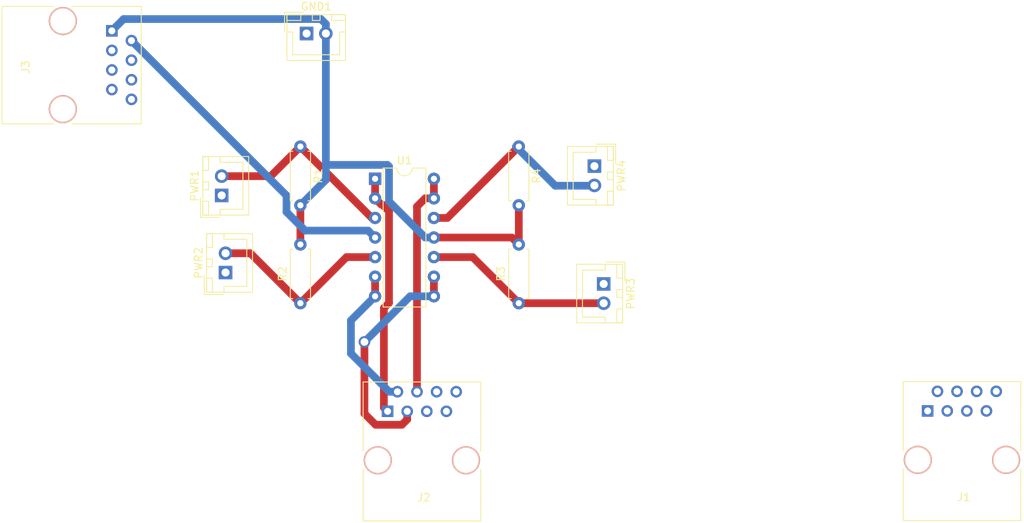
<source format=kicad_pcb>
(kicad_pcb (version 4) (host pcbnew 4.0.7)

  (general
    (links 23)
    (no_connects 12)
    (area 100.274999 54.225 183.875 122.995001)
    (thickness 1.6)
    (drawings 0)
    (tracks 67)
    (zones 0)
    (modules 13)
    (nets 11)
  )

  (page A4)
  (layers
    (0 F.Cu signal)
    (31 B.Cu signal)
    (32 B.Adhes user)
    (33 F.Adhes user)
    (34 B.Paste user)
    (35 F.Paste user)
    (36 B.SilkS user)
    (37 F.SilkS user)
    (38 B.Mask user)
    (39 F.Mask user)
    (40 Dwgs.User user)
    (41 Cmts.User user)
    (42 Eco1.User user)
    (43 Eco2.User user)
    (44 Edge.Cuts user)
    (45 Margin user)
    (46 B.CrtYd user)
    (47 F.CrtYd user)
    (48 B.Fab user)
    (49 F.Fab user)
  )

  (setup
    (last_trace_width 1)
    (trace_clearance 0.5)
    (zone_clearance 0.508)
    (zone_45_only no)
    (trace_min 0.2)
    (segment_width 0.2)
    (edge_width 0.15)
    (via_size 1.5)
    (via_drill 1)
    (via_min_size 0.4)
    (via_min_drill 0.3)
    (uvia_size 1)
    (uvia_drill 0.5)
    (uvias_allowed no)
    (uvia_min_size 0.2)
    (uvia_min_drill 0.1)
    (pcb_text_width 0.3)
    (pcb_text_size 1.5 1.5)
    (mod_edge_width 0.15)
    (mod_text_size 1 1)
    (mod_text_width 0.15)
    (pad_size 1.524 1.524)
    (pad_drill 0.762)
    (pad_to_mask_clearance 0.2)
    (aux_axis_origin 0 0)
    (visible_elements 7FFFEFFF)
    (pcbplotparams
      (layerselection 0x00030_80000001)
      (usegerberextensions false)
      (excludeedgelayer true)
      (linewidth 0.100000)
      (plotframeref false)
      (viasonmask false)
      (mode 1)
      (useauxorigin false)
      (hpglpennumber 1)
      (hpglpenspeed 20)
      (hpglpendiameter 15)
      (hpglpenoverlay 2)
      (psnegative false)
      (psa4output false)
      (plotreference true)
      (plotvalue true)
      (plotinvisibletext false)
      (padsonsilk false)
      (subtractmaskfromsilk false)
      (outputformat 1)
      (mirror false)
      (drillshape 1)
      (scaleselection 1)
      (outputdirectory ""))
  )

  (net 0 "")
  (net 1 CUR_1)
  (net 2 CUR_2)
  (net 3 ARD_5V)
  (net 4 ARD_GND)
  (net 5 /VoltMeter2/PWR)
  (net 6 /VoltMeter1/PWR)
  (net 7 CUR_3)
  (net 8 CUR_4)
  (net 9 /VoltMeter4/PWR)
  (net 10 /VoltMeter3/PWR)

  (net_class Default "This is the default net class."
    (clearance 0.5)
    (trace_width 1)
    (via_dia 1.5)
    (via_drill 1)
    (uvia_dia 1)
    (uvia_drill 0.5)
    (add_net /VoltMeter1/PWR)
    (add_net /VoltMeter2/PWR)
    (add_net /VoltMeter3/PWR)
    (add_net /VoltMeter4/PWR)
    (add_net ARD_5V)
    (add_net ARD_GND)
    (add_net CUR_1)
    (add_net CUR_2)
    (add_net CUR_3)
    (add_net CUR_4)
  )

  (net_class Power ""
    (clearance 0.5)
    (trace_width 5)
    (via_dia 1.5)
    (via_drill 1)
    (uvia_dia 1)
    (uvia_drill 0.5)
  )

  (module Connectors_JST:JST_XH_B02B-XH-A_02x2.50mm_Straight (layer F.Cu) (tedit 58EAE7F0) (tstamp 59C4FBFA)
    (at 140.5 59)
    (descr "JST XH series connector, B02B-XH-A, top entry type, through hole")
    (tags "connector jst xh tht top vertical 2.50mm")
    (path /59C517DB)
    (fp_text reference GND1 (at 1.25 -3.5) (layer F.SilkS)
      (effects (font (size 1 1) (thickness 0.15)))
    )
    (fp_text value Conn_01x02 (at 1.25 4.5) (layer F.Fab)
      (effects (font (size 1 1) (thickness 0.15)))
    )
    (fp_line (start -2.45 -2.35) (end -2.45 3.4) (layer F.Fab) (width 0.1))
    (fp_line (start -2.45 3.4) (end 4.95 3.4) (layer F.Fab) (width 0.1))
    (fp_line (start 4.95 3.4) (end 4.95 -2.35) (layer F.Fab) (width 0.1))
    (fp_line (start 4.95 -2.35) (end -2.45 -2.35) (layer F.Fab) (width 0.1))
    (fp_line (start -2.95 -2.85) (end -2.95 3.9) (layer F.CrtYd) (width 0.05))
    (fp_line (start -2.95 3.9) (end 5.45 3.9) (layer F.CrtYd) (width 0.05))
    (fp_line (start 5.45 3.9) (end 5.45 -2.85) (layer F.CrtYd) (width 0.05))
    (fp_line (start 5.45 -2.85) (end -2.95 -2.85) (layer F.CrtYd) (width 0.05))
    (fp_line (start -2.55 -2.45) (end -2.55 3.5) (layer F.SilkS) (width 0.12))
    (fp_line (start -2.55 3.5) (end 5.05 3.5) (layer F.SilkS) (width 0.12))
    (fp_line (start 5.05 3.5) (end 5.05 -2.45) (layer F.SilkS) (width 0.12))
    (fp_line (start 5.05 -2.45) (end -2.55 -2.45) (layer F.SilkS) (width 0.12))
    (fp_line (start 0.75 -2.45) (end 0.75 -1.7) (layer F.SilkS) (width 0.12))
    (fp_line (start 0.75 -1.7) (end 1.75 -1.7) (layer F.SilkS) (width 0.12))
    (fp_line (start 1.75 -1.7) (end 1.75 -2.45) (layer F.SilkS) (width 0.12))
    (fp_line (start 1.75 -2.45) (end 0.75 -2.45) (layer F.SilkS) (width 0.12))
    (fp_line (start -2.55 -2.45) (end -2.55 -1.7) (layer F.SilkS) (width 0.12))
    (fp_line (start -2.55 -1.7) (end -0.75 -1.7) (layer F.SilkS) (width 0.12))
    (fp_line (start -0.75 -1.7) (end -0.75 -2.45) (layer F.SilkS) (width 0.12))
    (fp_line (start -0.75 -2.45) (end -2.55 -2.45) (layer F.SilkS) (width 0.12))
    (fp_line (start 3.25 -2.45) (end 3.25 -1.7) (layer F.SilkS) (width 0.12))
    (fp_line (start 3.25 -1.7) (end 5.05 -1.7) (layer F.SilkS) (width 0.12))
    (fp_line (start 5.05 -1.7) (end 5.05 -2.45) (layer F.SilkS) (width 0.12))
    (fp_line (start 5.05 -2.45) (end 3.25 -2.45) (layer F.SilkS) (width 0.12))
    (fp_line (start -2.55 -0.2) (end -1.8 -0.2) (layer F.SilkS) (width 0.12))
    (fp_line (start -1.8 -0.2) (end -1.8 2.75) (layer F.SilkS) (width 0.12))
    (fp_line (start -1.8 2.75) (end 1.25 2.75) (layer F.SilkS) (width 0.12))
    (fp_line (start 5.05 -0.2) (end 4.3 -0.2) (layer F.SilkS) (width 0.12))
    (fp_line (start 4.3 -0.2) (end 4.3 2.75) (layer F.SilkS) (width 0.12))
    (fp_line (start 4.3 2.75) (end 1.25 2.75) (layer F.SilkS) (width 0.12))
    (fp_line (start -0.35 -2.75) (end -2.85 -2.75) (layer F.SilkS) (width 0.12))
    (fp_line (start -2.85 -2.75) (end -2.85 -0.25) (layer F.SilkS) (width 0.12))
    (fp_line (start -0.35 -2.75) (end -2.85 -2.75) (layer F.Fab) (width 0.1))
    (fp_line (start -2.85 -2.75) (end -2.85 -0.25) (layer F.Fab) (width 0.1))
    (fp_text user %R (at 1.25 2.5) (layer F.Fab)
      (effects (font (size 1 1) (thickness 0.15)))
    )
    (pad 1 thru_hole rect (at 0 0) (size 1.75 1.75) (drill 1.05) (layers *.Cu *.Mask))
    (pad 2 thru_hole circle (at 2.5 0) (size 1.75 1.75) (drill 1.05) (layers *.Cu *.Mask)
      (net 4 ARD_GND))
    (model Connectors_JST.3dshapes/JST_XH_B02B-XH-A_02x2.50mm_Straight.wrl
      (at (xyz 0 0 0))
      (scale (xyz 1 1 1))
      (rotate (xyz 0 0 0))
    )
  )

  (module PartsLibraries:RJ45 (layer F.Cu) (tedit 59511D7C) (tstamp 59C4FC12)
    (at 220.98 107.95)
    (tags RJ45)
    (path /59C3DA36)
    (fp_text reference J1 (at 4.7 11.18) (layer F.SilkS)
      (effects (font (size 1 1) (thickness 0.15)))
    )
    (fp_text value RJ45 (at 4.59 6.25) (layer F.Fab)
      (effects (font (size 1 1) (thickness 0.15)))
    )
    (fp_line (start -3.17 14.22) (end 12.07 14.22) (layer F.SilkS) (width 0.12))
    (fp_line (start 12.07 -3.81) (end 12.06 5.18) (layer F.SilkS) (width 0.12))
    (fp_line (start 12.07 -3.81) (end -3.17 -3.81) (layer F.SilkS) (width 0.12))
    (fp_line (start -3.17 -3.81) (end -3.17 5.19) (layer F.SilkS) (width 0.12))
    (fp_line (start 12.06 7.52) (end 12.07 14.22) (layer F.SilkS) (width 0.12))
    (fp_line (start -3.17 7.51) (end -3.17 14.22) (layer F.SilkS) (width 0.12))
    (fp_line (start -3.56 -4.06) (end 12.46 -4.06) (layer F.CrtYd) (width 0.05))
    (fp_line (start -3.56 -4.06) (end -3.56 14.47) (layer F.CrtYd) (width 0.05))
    (fp_line (start 12.46 14.47) (end 12.46 -4.06) (layer F.CrtYd) (width 0.05))
    (fp_line (start 12.46 14.47) (end -3.56 14.47) (layer F.CrtYd) (width 0.05))
    (pad "" np_thru_hole circle (at 10.16 6.35) (size 3.65 3.65) (drill 3.25) (layers *.Cu *.SilkS *.Mask))
    (pad "" np_thru_hole circle (at -1.27 6.35) (size 3.65 3.65) (drill 3.25) (layers *.Cu *.SilkS *.Mask))
    (pad 1 thru_hole rect (at 0 0) (size 1.5 1.5) (drill 0.9) (layers *.Cu *.Mask))
    (pad 2 thru_hole circle (at 1.27 -2.54) (size 1.5 1.5) (drill 0.9) (layers *.Cu *.Mask))
    (pad 3 thru_hole circle (at 2.54 0) (size 1.5 1.5) (drill 0.9) (layers *.Cu *.Mask))
    (pad 4 thru_hole circle (at 3.81 -2.54) (size 1.5 1.5) (drill 0.9) (layers *.Cu *.Mask))
    (pad 5 thru_hole circle (at 5.08 0) (size 1.5 1.5) (drill 0.9) (layers *.Cu *.Mask))
    (pad 6 thru_hole circle (at 6.35 -2.54) (size 1.5 1.5) (drill 0.9) (layers *.Cu *.Mask))
    (pad 7 thru_hole circle (at 7.62 0) (size 1.5 1.5) (drill 0.9) (layers *.Cu *.Mask))
    (pad 8 thru_hole circle (at 8.89 -2.54) (size 1.5 1.5) (drill 0.9) (layers *.Cu *.Mask))
    (model ../../../../../../Development/multilevelinverter/Hardware/3D/RJ45.wrl
      (at (xyz 0.175 -0.667 0.3))
      (scale (xyz 10 10 10))
      (rotate (xyz 270 0 0))
    )
  )

  (module PartsLibraries:RJ45 (layer F.Cu) (tedit 59511D7C) (tstamp 59C4FC2A)
    (at 151 108)
    (tags RJ45)
    (path /59C3C803)
    (fp_text reference J2 (at 4.7 11.18) (layer F.SilkS)
      (effects (font (size 1 1) (thickness 0.15)))
    )
    (fp_text value RJ45 (at 4.59 6.25) (layer F.Fab)
      (effects (font (size 1 1) (thickness 0.15)))
    )
    (fp_line (start -3.17 14.22) (end 12.07 14.22) (layer F.SilkS) (width 0.12))
    (fp_line (start 12.07 -3.81) (end 12.06 5.18) (layer F.SilkS) (width 0.12))
    (fp_line (start 12.07 -3.81) (end -3.17 -3.81) (layer F.SilkS) (width 0.12))
    (fp_line (start -3.17 -3.81) (end -3.17 5.19) (layer F.SilkS) (width 0.12))
    (fp_line (start 12.06 7.52) (end 12.07 14.22) (layer F.SilkS) (width 0.12))
    (fp_line (start -3.17 7.51) (end -3.17 14.22) (layer F.SilkS) (width 0.12))
    (fp_line (start -3.56 -4.06) (end 12.46 -4.06) (layer F.CrtYd) (width 0.05))
    (fp_line (start -3.56 -4.06) (end -3.56 14.47) (layer F.CrtYd) (width 0.05))
    (fp_line (start 12.46 14.47) (end 12.46 -4.06) (layer F.CrtYd) (width 0.05))
    (fp_line (start 12.46 14.47) (end -3.56 14.47) (layer F.CrtYd) (width 0.05))
    (pad "" np_thru_hole circle (at 10.16 6.35) (size 3.65 3.65) (drill 3.25) (layers *.Cu *.SilkS *.Mask))
    (pad "" np_thru_hole circle (at -1.27 6.35) (size 3.65 3.65) (drill 3.25) (layers *.Cu *.SilkS *.Mask))
    (pad 1 thru_hole rect (at 0 0) (size 1.5 1.5) (drill 0.9) (layers *.Cu *.Mask)
      (net 1 CUR_1))
    (pad 2 thru_hole circle (at 1.27 -2.54) (size 1.5 1.5) (drill 0.9) (layers *.Cu *.Mask)
      (net 2 CUR_2))
    (pad 3 thru_hole circle (at 2.54 0) (size 1.5 1.5) (drill 0.9) (layers *.Cu *.Mask)
      (net 7 CUR_3))
    (pad 4 thru_hole circle (at 3.81 -2.54) (size 1.5 1.5) (drill 0.9) (layers *.Cu *.Mask)
      (net 8 CUR_4))
    (pad 5 thru_hole circle (at 5.08 0) (size 1.5 1.5) (drill 0.9) (layers *.Cu *.Mask))
    (pad 6 thru_hole circle (at 6.35 -2.54) (size 1.5 1.5) (drill 0.9) (layers *.Cu *.Mask))
    (pad 7 thru_hole circle (at 7.62 0) (size 1.5 1.5) (drill 0.9) (layers *.Cu *.Mask))
    (pad 8 thru_hole circle (at 8.89 -2.54) (size 1.5 1.5) (drill 0.9) (layers *.Cu *.Mask))
    (model ../../../../../../Development/multilevelinverter/Hardware/3D/RJ45.wrl
      (at (xyz 0.175 -0.667 0.3))
      (scale (xyz 10 10 10))
      (rotate (xyz 270 0 0))
    )
  )

  (module PartsLibraries:RJ45 (layer F.Cu) (tedit 59511D7C) (tstamp 59C4FC42)
    (at 115.27 58.65 270)
    (tags RJ45)
    (path /59A7FB58)
    (fp_text reference J3 (at 4.7 11.18 270) (layer F.SilkS)
      (effects (font (size 1 1) (thickness 0.15)))
    )
    (fp_text value RJ45 (at 4.59 6.25 270) (layer F.Fab)
      (effects (font (size 1 1) (thickness 0.15)))
    )
    (fp_line (start -3.17 14.22) (end 12.07 14.22) (layer F.SilkS) (width 0.12))
    (fp_line (start 12.07 -3.81) (end 12.06 5.18) (layer F.SilkS) (width 0.12))
    (fp_line (start 12.07 -3.81) (end -3.17 -3.81) (layer F.SilkS) (width 0.12))
    (fp_line (start -3.17 -3.81) (end -3.17 5.19) (layer F.SilkS) (width 0.12))
    (fp_line (start 12.06 7.52) (end 12.07 14.22) (layer F.SilkS) (width 0.12))
    (fp_line (start -3.17 7.51) (end -3.17 14.22) (layer F.SilkS) (width 0.12))
    (fp_line (start -3.56 -4.06) (end 12.46 -4.06) (layer F.CrtYd) (width 0.05))
    (fp_line (start -3.56 -4.06) (end -3.56 14.47) (layer F.CrtYd) (width 0.05))
    (fp_line (start 12.46 14.47) (end 12.46 -4.06) (layer F.CrtYd) (width 0.05))
    (fp_line (start 12.46 14.47) (end -3.56 14.47) (layer F.CrtYd) (width 0.05))
    (pad "" np_thru_hole circle (at 10.16 6.35 270) (size 3.65 3.65) (drill 3.25) (layers *.Cu *.SilkS *.Mask))
    (pad "" np_thru_hole circle (at -1.27 6.35 270) (size 3.65 3.65) (drill 3.25) (layers *.Cu *.SilkS *.Mask))
    (pad 1 thru_hole rect (at 0 0 270) (size 1.5 1.5) (drill 0.9) (layers *.Cu *.Mask)
      (net 4 ARD_GND))
    (pad 2 thru_hole circle (at 1.27 -2.54 270) (size 1.5 1.5) (drill 0.9) (layers *.Cu *.Mask)
      (net 3 ARD_5V))
    (pad 3 thru_hole circle (at 2.54 0 270) (size 1.5 1.5) (drill 0.9) (layers *.Cu *.Mask))
    (pad 4 thru_hole circle (at 3.81 -2.54 270) (size 1.5 1.5) (drill 0.9) (layers *.Cu *.Mask))
    (pad 5 thru_hole circle (at 5.08 0 270) (size 1.5 1.5) (drill 0.9) (layers *.Cu *.Mask))
    (pad 6 thru_hole circle (at 6.35 -2.54 270) (size 1.5 1.5) (drill 0.9) (layers *.Cu *.Mask))
    (pad 7 thru_hole circle (at 7.62 0 270) (size 1.5 1.5) (drill 0.9) (layers *.Cu *.Mask))
    (pad 8 thru_hole circle (at 8.89 -2.54 270) (size 1.5 1.5) (drill 0.9) (layers *.Cu *.Mask))
    (model ../../../../../../Development/multilevelinverter/Hardware/3D/RJ45.wrl
      (at (xyz 0.175 -0.667 0.3))
      (scale (xyz 10 10 10))
      (rotate (xyz 270 0 0))
    )
  )

  (module Connectors_JST:JST_XH_B02B-XH-A_02x2.50mm_Straight (layer F.Cu) (tedit 58EAE7F0) (tstamp 59C4FC6B)
    (at 129.5 80 90)
    (descr "JST XH series connector, B02B-XH-A, top entry type, through hole")
    (tags "connector jst xh tht top vertical 2.50mm")
    (path /59C4FDC9)
    (fp_text reference PWR1 (at 1.25 -3.5 90) (layer F.SilkS)
      (effects (font (size 1 1) (thickness 0.15)))
    )
    (fp_text value Conn_01x02 (at 1.25 4.5 90) (layer F.Fab)
      (effects (font (size 1 1) (thickness 0.15)))
    )
    (fp_line (start -2.45 -2.35) (end -2.45 3.4) (layer F.Fab) (width 0.1))
    (fp_line (start -2.45 3.4) (end 4.95 3.4) (layer F.Fab) (width 0.1))
    (fp_line (start 4.95 3.4) (end 4.95 -2.35) (layer F.Fab) (width 0.1))
    (fp_line (start 4.95 -2.35) (end -2.45 -2.35) (layer F.Fab) (width 0.1))
    (fp_line (start -2.95 -2.85) (end -2.95 3.9) (layer F.CrtYd) (width 0.05))
    (fp_line (start -2.95 3.9) (end 5.45 3.9) (layer F.CrtYd) (width 0.05))
    (fp_line (start 5.45 3.9) (end 5.45 -2.85) (layer F.CrtYd) (width 0.05))
    (fp_line (start 5.45 -2.85) (end -2.95 -2.85) (layer F.CrtYd) (width 0.05))
    (fp_line (start -2.55 -2.45) (end -2.55 3.5) (layer F.SilkS) (width 0.12))
    (fp_line (start -2.55 3.5) (end 5.05 3.5) (layer F.SilkS) (width 0.12))
    (fp_line (start 5.05 3.5) (end 5.05 -2.45) (layer F.SilkS) (width 0.12))
    (fp_line (start 5.05 -2.45) (end -2.55 -2.45) (layer F.SilkS) (width 0.12))
    (fp_line (start 0.75 -2.45) (end 0.75 -1.7) (layer F.SilkS) (width 0.12))
    (fp_line (start 0.75 -1.7) (end 1.75 -1.7) (layer F.SilkS) (width 0.12))
    (fp_line (start 1.75 -1.7) (end 1.75 -2.45) (layer F.SilkS) (width 0.12))
    (fp_line (start 1.75 -2.45) (end 0.75 -2.45) (layer F.SilkS) (width 0.12))
    (fp_line (start -2.55 -2.45) (end -2.55 -1.7) (layer F.SilkS) (width 0.12))
    (fp_line (start -2.55 -1.7) (end -0.75 -1.7) (layer F.SilkS) (width 0.12))
    (fp_line (start -0.75 -1.7) (end -0.75 -2.45) (layer F.SilkS) (width 0.12))
    (fp_line (start -0.75 -2.45) (end -2.55 -2.45) (layer F.SilkS) (width 0.12))
    (fp_line (start 3.25 -2.45) (end 3.25 -1.7) (layer F.SilkS) (width 0.12))
    (fp_line (start 3.25 -1.7) (end 5.05 -1.7) (layer F.SilkS) (width 0.12))
    (fp_line (start 5.05 -1.7) (end 5.05 -2.45) (layer F.SilkS) (width 0.12))
    (fp_line (start 5.05 -2.45) (end 3.25 -2.45) (layer F.SilkS) (width 0.12))
    (fp_line (start -2.55 -0.2) (end -1.8 -0.2) (layer F.SilkS) (width 0.12))
    (fp_line (start -1.8 -0.2) (end -1.8 2.75) (layer F.SilkS) (width 0.12))
    (fp_line (start -1.8 2.75) (end 1.25 2.75) (layer F.SilkS) (width 0.12))
    (fp_line (start 5.05 -0.2) (end 4.3 -0.2) (layer F.SilkS) (width 0.12))
    (fp_line (start 4.3 -0.2) (end 4.3 2.75) (layer F.SilkS) (width 0.12))
    (fp_line (start 4.3 2.75) (end 1.25 2.75) (layer F.SilkS) (width 0.12))
    (fp_line (start -0.35 -2.75) (end -2.85 -2.75) (layer F.SilkS) (width 0.12))
    (fp_line (start -2.85 -2.75) (end -2.85 -0.25) (layer F.SilkS) (width 0.12))
    (fp_line (start -0.35 -2.75) (end -2.85 -2.75) (layer F.Fab) (width 0.1))
    (fp_line (start -2.85 -2.75) (end -2.85 -0.25) (layer F.Fab) (width 0.1))
    (fp_text user %R (at 1.25 2.5 90) (layer F.Fab)
      (effects (font (size 1 1) (thickness 0.15)))
    )
    (pad 1 thru_hole rect (at 0 0 90) (size 1.75 1.75) (drill 1.05) (layers *.Cu *.Mask))
    (pad 2 thru_hole circle (at 2.5 0 90) (size 1.75 1.75) (drill 1.05) (layers *.Cu *.Mask)
      (net 6 /VoltMeter1/PWR))
    (model Connectors_JST.3dshapes/JST_XH_B02B-XH-A_02x2.50mm_Straight.wrl
      (at (xyz 0 0 0))
      (scale (xyz 1 1 1))
      (rotate (xyz 0 0 0))
    )
  )

  (module Connectors_JST:JST_XH_B02B-XH-A_02x2.50mm_Straight (layer F.Cu) (tedit 58EAE7F0) (tstamp 59C4FC94)
    (at 130 90 90)
    (descr "JST XH series connector, B02B-XH-A, top entry type, through hole")
    (tags "connector jst xh tht top vertical 2.50mm")
    (path /59C51A2F)
    (fp_text reference PWR2 (at 1.25 -3.5 90) (layer F.SilkS)
      (effects (font (size 1 1) (thickness 0.15)))
    )
    (fp_text value Conn_01x02 (at 1.25 4.5 90) (layer F.Fab)
      (effects (font (size 1 1) (thickness 0.15)))
    )
    (fp_line (start -2.45 -2.35) (end -2.45 3.4) (layer F.Fab) (width 0.1))
    (fp_line (start -2.45 3.4) (end 4.95 3.4) (layer F.Fab) (width 0.1))
    (fp_line (start 4.95 3.4) (end 4.95 -2.35) (layer F.Fab) (width 0.1))
    (fp_line (start 4.95 -2.35) (end -2.45 -2.35) (layer F.Fab) (width 0.1))
    (fp_line (start -2.95 -2.85) (end -2.95 3.9) (layer F.CrtYd) (width 0.05))
    (fp_line (start -2.95 3.9) (end 5.45 3.9) (layer F.CrtYd) (width 0.05))
    (fp_line (start 5.45 3.9) (end 5.45 -2.85) (layer F.CrtYd) (width 0.05))
    (fp_line (start 5.45 -2.85) (end -2.95 -2.85) (layer F.CrtYd) (width 0.05))
    (fp_line (start -2.55 -2.45) (end -2.55 3.5) (layer F.SilkS) (width 0.12))
    (fp_line (start -2.55 3.5) (end 5.05 3.5) (layer F.SilkS) (width 0.12))
    (fp_line (start 5.05 3.5) (end 5.05 -2.45) (layer F.SilkS) (width 0.12))
    (fp_line (start 5.05 -2.45) (end -2.55 -2.45) (layer F.SilkS) (width 0.12))
    (fp_line (start 0.75 -2.45) (end 0.75 -1.7) (layer F.SilkS) (width 0.12))
    (fp_line (start 0.75 -1.7) (end 1.75 -1.7) (layer F.SilkS) (width 0.12))
    (fp_line (start 1.75 -1.7) (end 1.75 -2.45) (layer F.SilkS) (width 0.12))
    (fp_line (start 1.75 -2.45) (end 0.75 -2.45) (layer F.SilkS) (width 0.12))
    (fp_line (start -2.55 -2.45) (end -2.55 -1.7) (layer F.SilkS) (width 0.12))
    (fp_line (start -2.55 -1.7) (end -0.75 -1.7) (layer F.SilkS) (width 0.12))
    (fp_line (start -0.75 -1.7) (end -0.75 -2.45) (layer F.SilkS) (width 0.12))
    (fp_line (start -0.75 -2.45) (end -2.55 -2.45) (layer F.SilkS) (width 0.12))
    (fp_line (start 3.25 -2.45) (end 3.25 -1.7) (layer F.SilkS) (width 0.12))
    (fp_line (start 3.25 -1.7) (end 5.05 -1.7) (layer F.SilkS) (width 0.12))
    (fp_line (start 5.05 -1.7) (end 5.05 -2.45) (layer F.SilkS) (width 0.12))
    (fp_line (start 5.05 -2.45) (end 3.25 -2.45) (layer F.SilkS) (width 0.12))
    (fp_line (start -2.55 -0.2) (end -1.8 -0.2) (layer F.SilkS) (width 0.12))
    (fp_line (start -1.8 -0.2) (end -1.8 2.75) (layer F.SilkS) (width 0.12))
    (fp_line (start -1.8 2.75) (end 1.25 2.75) (layer F.SilkS) (width 0.12))
    (fp_line (start 5.05 -0.2) (end 4.3 -0.2) (layer F.SilkS) (width 0.12))
    (fp_line (start 4.3 -0.2) (end 4.3 2.75) (layer F.SilkS) (width 0.12))
    (fp_line (start 4.3 2.75) (end 1.25 2.75) (layer F.SilkS) (width 0.12))
    (fp_line (start -0.35 -2.75) (end -2.85 -2.75) (layer F.SilkS) (width 0.12))
    (fp_line (start -2.85 -2.75) (end -2.85 -0.25) (layer F.SilkS) (width 0.12))
    (fp_line (start -0.35 -2.75) (end -2.85 -2.75) (layer F.Fab) (width 0.1))
    (fp_line (start -2.85 -2.75) (end -2.85 -0.25) (layer F.Fab) (width 0.1))
    (fp_text user %R (at 1.25 2.5 90) (layer F.Fab)
      (effects (font (size 1 1) (thickness 0.15)))
    )
    (pad 1 thru_hole rect (at 0 0 90) (size 1.75 1.75) (drill 1.05) (layers *.Cu *.Mask))
    (pad 2 thru_hole circle (at 2.5 0 90) (size 1.75 1.75) (drill 1.05) (layers *.Cu *.Mask)
      (net 5 /VoltMeter2/PWR))
    (model Connectors_JST.3dshapes/JST_XH_B02B-XH-A_02x2.50mm_Straight.wrl
      (at (xyz 0 0 0))
      (scale (xyz 1 1 1))
      (rotate (xyz 0 0 0))
    )
  )

  (module Connectors_JST:JST_XH_B02B-XH-A_02x2.50mm_Straight (layer F.Cu) (tedit 58EAE7F0) (tstamp 59C4FCBD)
    (at 179 91.48 270)
    (descr "JST XH series connector, B02B-XH-A, top entry type, through hole")
    (tags "connector jst xh tht top vertical 2.50mm")
    (path /59C51FFD)
    (fp_text reference PWR3 (at 1.25 -3.5 270) (layer F.SilkS)
      (effects (font (size 1 1) (thickness 0.15)))
    )
    (fp_text value Conn_01x02 (at 1.25 4.5 270) (layer F.Fab)
      (effects (font (size 1 1) (thickness 0.15)))
    )
    (fp_line (start -2.45 -2.35) (end -2.45 3.4) (layer F.Fab) (width 0.1))
    (fp_line (start -2.45 3.4) (end 4.95 3.4) (layer F.Fab) (width 0.1))
    (fp_line (start 4.95 3.4) (end 4.95 -2.35) (layer F.Fab) (width 0.1))
    (fp_line (start 4.95 -2.35) (end -2.45 -2.35) (layer F.Fab) (width 0.1))
    (fp_line (start -2.95 -2.85) (end -2.95 3.9) (layer F.CrtYd) (width 0.05))
    (fp_line (start -2.95 3.9) (end 5.45 3.9) (layer F.CrtYd) (width 0.05))
    (fp_line (start 5.45 3.9) (end 5.45 -2.85) (layer F.CrtYd) (width 0.05))
    (fp_line (start 5.45 -2.85) (end -2.95 -2.85) (layer F.CrtYd) (width 0.05))
    (fp_line (start -2.55 -2.45) (end -2.55 3.5) (layer F.SilkS) (width 0.12))
    (fp_line (start -2.55 3.5) (end 5.05 3.5) (layer F.SilkS) (width 0.12))
    (fp_line (start 5.05 3.5) (end 5.05 -2.45) (layer F.SilkS) (width 0.12))
    (fp_line (start 5.05 -2.45) (end -2.55 -2.45) (layer F.SilkS) (width 0.12))
    (fp_line (start 0.75 -2.45) (end 0.75 -1.7) (layer F.SilkS) (width 0.12))
    (fp_line (start 0.75 -1.7) (end 1.75 -1.7) (layer F.SilkS) (width 0.12))
    (fp_line (start 1.75 -1.7) (end 1.75 -2.45) (layer F.SilkS) (width 0.12))
    (fp_line (start 1.75 -2.45) (end 0.75 -2.45) (layer F.SilkS) (width 0.12))
    (fp_line (start -2.55 -2.45) (end -2.55 -1.7) (layer F.SilkS) (width 0.12))
    (fp_line (start -2.55 -1.7) (end -0.75 -1.7) (layer F.SilkS) (width 0.12))
    (fp_line (start -0.75 -1.7) (end -0.75 -2.45) (layer F.SilkS) (width 0.12))
    (fp_line (start -0.75 -2.45) (end -2.55 -2.45) (layer F.SilkS) (width 0.12))
    (fp_line (start 3.25 -2.45) (end 3.25 -1.7) (layer F.SilkS) (width 0.12))
    (fp_line (start 3.25 -1.7) (end 5.05 -1.7) (layer F.SilkS) (width 0.12))
    (fp_line (start 5.05 -1.7) (end 5.05 -2.45) (layer F.SilkS) (width 0.12))
    (fp_line (start 5.05 -2.45) (end 3.25 -2.45) (layer F.SilkS) (width 0.12))
    (fp_line (start -2.55 -0.2) (end -1.8 -0.2) (layer F.SilkS) (width 0.12))
    (fp_line (start -1.8 -0.2) (end -1.8 2.75) (layer F.SilkS) (width 0.12))
    (fp_line (start -1.8 2.75) (end 1.25 2.75) (layer F.SilkS) (width 0.12))
    (fp_line (start 5.05 -0.2) (end 4.3 -0.2) (layer F.SilkS) (width 0.12))
    (fp_line (start 4.3 -0.2) (end 4.3 2.75) (layer F.SilkS) (width 0.12))
    (fp_line (start 4.3 2.75) (end 1.25 2.75) (layer F.SilkS) (width 0.12))
    (fp_line (start -0.35 -2.75) (end -2.85 -2.75) (layer F.SilkS) (width 0.12))
    (fp_line (start -2.85 -2.75) (end -2.85 -0.25) (layer F.SilkS) (width 0.12))
    (fp_line (start -0.35 -2.75) (end -2.85 -2.75) (layer F.Fab) (width 0.1))
    (fp_line (start -2.85 -2.75) (end -2.85 -0.25) (layer F.Fab) (width 0.1))
    (fp_text user %R (at 1.25 2.5 270) (layer F.Fab)
      (effects (font (size 1 1) (thickness 0.15)))
    )
    (pad 1 thru_hole rect (at 0 0 270) (size 1.75 1.75) (drill 1.05) (layers *.Cu *.Mask))
    (pad 2 thru_hole circle (at 2.5 0 270) (size 1.75 1.75) (drill 1.05) (layers *.Cu *.Mask)
      (net 10 /VoltMeter3/PWR))
    (model Connectors_JST.3dshapes/JST_XH_B02B-XH-A_02x2.50mm_Straight.wrl
      (at (xyz 0 0 0))
      (scale (xyz 1 1 1))
      (rotate (xyz 0 0 0))
    )
  )

  (module Connectors_JST:JST_XH_B02B-XH-A_02x2.50mm_Straight (layer F.Cu) (tedit 58EAE7F0) (tstamp 59C4FCE6)
    (at 177.8 76.2 270)
    (descr "JST XH series connector, B02B-XH-A, top entry type, through hole")
    (tags "connector jst xh tht top vertical 2.50mm")
    (path /59C52171)
    (fp_text reference PWR4 (at 1.25 -3.5 270) (layer F.SilkS)
      (effects (font (size 1 1) (thickness 0.15)))
    )
    (fp_text value Conn_01x02 (at 1.25 4.5 270) (layer F.Fab)
      (effects (font (size 1 1) (thickness 0.15)))
    )
    (fp_line (start -2.45 -2.35) (end -2.45 3.4) (layer F.Fab) (width 0.1))
    (fp_line (start -2.45 3.4) (end 4.95 3.4) (layer F.Fab) (width 0.1))
    (fp_line (start 4.95 3.4) (end 4.95 -2.35) (layer F.Fab) (width 0.1))
    (fp_line (start 4.95 -2.35) (end -2.45 -2.35) (layer F.Fab) (width 0.1))
    (fp_line (start -2.95 -2.85) (end -2.95 3.9) (layer F.CrtYd) (width 0.05))
    (fp_line (start -2.95 3.9) (end 5.45 3.9) (layer F.CrtYd) (width 0.05))
    (fp_line (start 5.45 3.9) (end 5.45 -2.85) (layer F.CrtYd) (width 0.05))
    (fp_line (start 5.45 -2.85) (end -2.95 -2.85) (layer F.CrtYd) (width 0.05))
    (fp_line (start -2.55 -2.45) (end -2.55 3.5) (layer F.SilkS) (width 0.12))
    (fp_line (start -2.55 3.5) (end 5.05 3.5) (layer F.SilkS) (width 0.12))
    (fp_line (start 5.05 3.5) (end 5.05 -2.45) (layer F.SilkS) (width 0.12))
    (fp_line (start 5.05 -2.45) (end -2.55 -2.45) (layer F.SilkS) (width 0.12))
    (fp_line (start 0.75 -2.45) (end 0.75 -1.7) (layer F.SilkS) (width 0.12))
    (fp_line (start 0.75 -1.7) (end 1.75 -1.7) (layer F.SilkS) (width 0.12))
    (fp_line (start 1.75 -1.7) (end 1.75 -2.45) (layer F.SilkS) (width 0.12))
    (fp_line (start 1.75 -2.45) (end 0.75 -2.45) (layer F.SilkS) (width 0.12))
    (fp_line (start -2.55 -2.45) (end -2.55 -1.7) (layer F.SilkS) (width 0.12))
    (fp_line (start -2.55 -1.7) (end -0.75 -1.7) (layer F.SilkS) (width 0.12))
    (fp_line (start -0.75 -1.7) (end -0.75 -2.45) (layer F.SilkS) (width 0.12))
    (fp_line (start -0.75 -2.45) (end -2.55 -2.45) (layer F.SilkS) (width 0.12))
    (fp_line (start 3.25 -2.45) (end 3.25 -1.7) (layer F.SilkS) (width 0.12))
    (fp_line (start 3.25 -1.7) (end 5.05 -1.7) (layer F.SilkS) (width 0.12))
    (fp_line (start 5.05 -1.7) (end 5.05 -2.45) (layer F.SilkS) (width 0.12))
    (fp_line (start 5.05 -2.45) (end 3.25 -2.45) (layer F.SilkS) (width 0.12))
    (fp_line (start -2.55 -0.2) (end -1.8 -0.2) (layer F.SilkS) (width 0.12))
    (fp_line (start -1.8 -0.2) (end -1.8 2.75) (layer F.SilkS) (width 0.12))
    (fp_line (start -1.8 2.75) (end 1.25 2.75) (layer F.SilkS) (width 0.12))
    (fp_line (start 5.05 -0.2) (end 4.3 -0.2) (layer F.SilkS) (width 0.12))
    (fp_line (start 4.3 -0.2) (end 4.3 2.75) (layer F.SilkS) (width 0.12))
    (fp_line (start 4.3 2.75) (end 1.25 2.75) (layer F.SilkS) (width 0.12))
    (fp_line (start -0.35 -2.75) (end -2.85 -2.75) (layer F.SilkS) (width 0.12))
    (fp_line (start -2.85 -2.75) (end -2.85 -0.25) (layer F.SilkS) (width 0.12))
    (fp_line (start -0.35 -2.75) (end -2.85 -2.75) (layer F.Fab) (width 0.1))
    (fp_line (start -2.85 -2.75) (end -2.85 -0.25) (layer F.Fab) (width 0.1))
    (fp_text user %R (at 1.25 2.5 270) (layer F.Fab)
      (effects (font (size 1 1) (thickness 0.15)))
    )
    (pad 1 thru_hole rect (at 0 0 270) (size 1.75 1.75) (drill 1.05) (layers *.Cu *.Mask))
    (pad 2 thru_hole circle (at 2.5 0 270) (size 1.75 1.75) (drill 1.05) (layers *.Cu *.Mask)
      (net 9 /VoltMeter4/PWR))
    (model Connectors_JST.3dshapes/JST_XH_B02B-XH-A_02x2.50mm_Straight.wrl
      (at (xyz 0 0 0))
      (scale (xyz 1 1 1))
      (rotate (xyz 0 0 0))
    )
  )

  (module Resistors_THT:R_Axial_DIN0207_L6.3mm_D2.5mm_P7.62mm_Horizontal (layer F.Cu) (tedit 5874F706) (tstamp 59C4FCFC)
    (at 139.7 73.66 270)
    (descr "Resistor, Axial_DIN0207 series, Axial, Horizontal, pin pitch=7.62mm, 0.25W = 1/4W, length*diameter=6.3*2.5mm^2, http://cdn-reichelt.de/documents/datenblatt/B400/1_4W%23YAG.pdf")
    (tags "Resistor Axial_DIN0207 series Axial Horizontal pin pitch 7.62mm 0.25W = 1/4W length 6.3mm diameter 2.5mm")
    (path /59C4F642/59C4F970)
    (fp_text reference R1 (at 3.81 -2.31 270) (layer F.SilkS)
      (effects (font (size 1 1) (thickness 0.15)))
    )
    (fp_text value R (at 3.81 2.31 270) (layer F.Fab)
      (effects (font (size 1 1) (thickness 0.15)))
    )
    (fp_line (start 0.66 -1.25) (end 0.66 1.25) (layer F.Fab) (width 0.1))
    (fp_line (start 0.66 1.25) (end 6.96 1.25) (layer F.Fab) (width 0.1))
    (fp_line (start 6.96 1.25) (end 6.96 -1.25) (layer F.Fab) (width 0.1))
    (fp_line (start 6.96 -1.25) (end 0.66 -1.25) (layer F.Fab) (width 0.1))
    (fp_line (start 0 0) (end 0.66 0) (layer F.Fab) (width 0.1))
    (fp_line (start 7.62 0) (end 6.96 0) (layer F.Fab) (width 0.1))
    (fp_line (start 0.6 -0.98) (end 0.6 -1.31) (layer F.SilkS) (width 0.12))
    (fp_line (start 0.6 -1.31) (end 7.02 -1.31) (layer F.SilkS) (width 0.12))
    (fp_line (start 7.02 -1.31) (end 7.02 -0.98) (layer F.SilkS) (width 0.12))
    (fp_line (start 0.6 0.98) (end 0.6 1.31) (layer F.SilkS) (width 0.12))
    (fp_line (start 0.6 1.31) (end 7.02 1.31) (layer F.SilkS) (width 0.12))
    (fp_line (start 7.02 1.31) (end 7.02 0.98) (layer F.SilkS) (width 0.12))
    (fp_line (start -1.05 -1.6) (end -1.05 1.6) (layer F.CrtYd) (width 0.05))
    (fp_line (start -1.05 1.6) (end 8.7 1.6) (layer F.CrtYd) (width 0.05))
    (fp_line (start 8.7 1.6) (end 8.7 -1.6) (layer F.CrtYd) (width 0.05))
    (fp_line (start 8.7 -1.6) (end -1.05 -1.6) (layer F.CrtYd) (width 0.05))
    (pad 1 thru_hole circle (at 0 0 270) (size 1.6 1.6) (drill 0.8) (layers *.Cu *.Mask)
      (net 6 /VoltMeter1/PWR))
    (pad 2 thru_hole oval (at 7.62 0 270) (size 1.6 1.6) (drill 0.8) (layers *.Cu *.Mask)
      (net 4 ARD_GND))
    (model ${KISYS3DMOD}/Resistors_THT.3dshapes/R_Axial_DIN0207_L6.3mm_D2.5mm_P7.62mm_Horizontal.wrl
      (at (xyz 0 0 0))
      (scale (xyz 0.393701 0.393701 0.393701))
      (rotate (xyz 0 0 0))
    )
  )

  (module Resistors_THT:R_Axial_DIN0207_L6.3mm_D2.5mm_P7.62mm_Horizontal (layer F.Cu) (tedit 5874F706) (tstamp 59C4FD12)
    (at 139.7 93.98 90)
    (descr "Resistor, Axial_DIN0207 series, Axial, Horizontal, pin pitch=7.62mm, 0.25W = 1/4W, length*diameter=6.3*2.5mm^2, http://cdn-reichelt.de/documents/datenblatt/B400/1_4W%23YAG.pdf")
    (tags "Resistor Axial_DIN0207 series Axial Horizontal pin pitch 7.62mm 0.25W = 1/4W length 6.3mm diameter 2.5mm")
    (path /59C51A28/59C4F970)
    (fp_text reference R2 (at 3.81 -2.31 90) (layer F.SilkS)
      (effects (font (size 1 1) (thickness 0.15)))
    )
    (fp_text value R (at 3.81 2.31 90) (layer F.Fab)
      (effects (font (size 1 1) (thickness 0.15)))
    )
    (fp_line (start 0.66 -1.25) (end 0.66 1.25) (layer F.Fab) (width 0.1))
    (fp_line (start 0.66 1.25) (end 6.96 1.25) (layer F.Fab) (width 0.1))
    (fp_line (start 6.96 1.25) (end 6.96 -1.25) (layer F.Fab) (width 0.1))
    (fp_line (start 6.96 -1.25) (end 0.66 -1.25) (layer F.Fab) (width 0.1))
    (fp_line (start 0 0) (end 0.66 0) (layer F.Fab) (width 0.1))
    (fp_line (start 7.62 0) (end 6.96 0) (layer F.Fab) (width 0.1))
    (fp_line (start 0.6 -0.98) (end 0.6 -1.31) (layer F.SilkS) (width 0.12))
    (fp_line (start 0.6 -1.31) (end 7.02 -1.31) (layer F.SilkS) (width 0.12))
    (fp_line (start 7.02 -1.31) (end 7.02 -0.98) (layer F.SilkS) (width 0.12))
    (fp_line (start 0.6 0.98) (end 0.6 1.31) (layer F.SilkS) (width 0.12))
    (fp_line (start 0.6 1.31) (end 7.02 1.31) (layer F.SilkS) (width 0.12))
    (fp_line (start 7.02 1.31) (end 7.02 0.98) (layer F.SilkS) (width 0.12))
    (fp_line (start -1.05 -1.6) (end -1.05 1.6) (layer F.CrtYd) (width 0.05))
    (fp_line (start -1.05 1.6) (end 8.7 1.6) (layer F.CrtYd) (width 0.05))
    (fp_line (start 8.7 1.6) (end 8.7 -1.6) (layer F.CrtYd) (width 0.05))
    (fp_line (start 8.7 -1.6) (end -1.05 -1.6) (layer F.CrtYd) (width 0.05))
    (pad 1 thru_hole circle (at 0 0 90) (size 1.6 1.6) (drill 0.8) (layers *.Cu *.Mask)
      (net 5 /VoltMeter2/PWR))
    (pad 2 thru_hole oval (at 7.62 0 90) (size 1.6 1.6) (drill 0.8) (layers *.Cu *.Mask)
      (net 4 ARD_GND))
    (model ${KISYS3DMOD}/Resistors_THT.3dshapes/R_Axial_DIN0207_L6.3mm_D2.5mm_P7.62mm_Horizontal.wrl
      (at (xyz 0 0 0))
      (scale (xyz 0.393701 0.393701 0.393701))
      (rotate (xyz 0 0 0))
    )
  )

  (module Resistors_THT:R_Axial_DIN0207_L6.3mm_D2.5mm_P7.62mm_Horizontal (layer F.Cu) (tedit 5874F706) (tstamp 59C4FD28)
    (at 168 93.98 90)
    (descr "Resistor, Axial_DIN0207 series, Axial, Horizontal, pin pitch=7.62mm, 0.25W = 1/4W, length*diameter=6.3*2.5mm^2, http://cdn-reichelt.de/documents/datenblatt/B400/1_4W%23YAG.pdf")
    (tags "Resistor Axial_DIN0207 series Axial Horizontal pin pitch 7.62mm 0.25W = 1/4W length 6.3mm diameter 2.5mm")
    (path /59C51FF6/59C4F970)
    (fp_text reference R3 (at 3.81 -2.31 90) (layer F.SilkS)
      (effects (font (size 1 1) (thickness 0.15)))
    )
    (fp_text value R (at 3.81 2.31 90) (layer F.Fab)
      (effects (font (size 1 1) (thickness 0.15)))
    )
    (fp_line (start 0.66 -1.25) (end 0.66 1.25) (layer F.Fab) (width 0.1))
    (fp_line (start 0.66 1.25) (end 6.96 1.25) (layer F.Fab) (width 0.1))
    (fp_line (start 6.96 1.25) (end 6.96 -1.25) (layer F.Fab) (width 0.1))
    (fp_line (start 6.96 -1.25) (end 0.66 -1.25) (layer F.Fab) (width 0.1))
    (fp_line (start 0 0) (end 0.66 0) (layer F.Fab) (width 0.1))
    (fp_line (start 7.62 0) (end 6.96 0) (layer F.Fab) (width 0.1))
    (fp_line (start 0.6 -0.98) (end 0.6 -1.31) (layer F.SilkS) (width 0.12))
    (fp_line (start 0.6 -1.31) (end 7.02 -1.31) (layer F.SilkS) (width 0.12))
    (fp_line (start 7.02 -1.31) (end 7.02 -0.98) (layer F.SilkS) (width 0.12))
    (fp_line (start 0.6 0.98) (end 0.6 1.31) (layer F.SilkS) (width 0.12))
    (fp_line (start 0.6 1.31) (end 7.02 1.31) (layer F.SilkS) (width 0.12))
    (fp_line (start 7.02 1.31) (end 7.02 0.98) (layer F.SilkS) (width 0.12))
    (fp_line (start -1.05 -1.6) (end -1.05 1.6) (layer F.CrtYd) (width 0.05))
    (fp_line (start -1.05 1.6) (end 8.7 1.6) (layer F.CrtYd) (width 0.05))
    (fp_line (start 8.7 1.6) (end 8.7 -1.6) (layer F.CrtYd) (width 0.05))
    (fp_line (start 8.7 -1.6) (end -1.05 -1.6) (layer F.CrtYd) (width 0.05))
    (pad 1 thru_hole circle (at 0 0 90) (size 1.6 1.6) (drill 0.8) (layers *.Cu *.Mask)
      (net 10 /VoltMeter3/PWR))
    (pad 2 thru_hole oval (at 7.62 0 90) (size 1.6 1.6) (drill 0.8) (layers *.Cu *.Mask)
      (net 4 ARD_GND))
    (model ${KISYS3DMOD}/Resistors_THT.3dshapes/R_Axial_DIN0207_L6.3mm_D2.5mm_P7.62mm_Horizontal.wrl
      (at (xyz 0 0 0))
      (scale (xyz 0.393701 0.393701 0.393701))
      (rotate (xyz 0 0 0))
    )
  )

  (module Resistors_THT:R_Axial_DIN0207_L6.3mm_D2.5mm_P7.62mm_Horizontal (layer F.Cu) (tedit 5874F706) (tstamp 59C4FD3E)
    (at 168 73.66 270)
    (descr "Resistor, Axial_DIN0207 series, Axial, Horizontal, pin pitch=7.62mm, 0.25W = 1/4W, length*diameter=6.3*2.5mm^2, http://cdn-reichelt.de/documents/datenblatt/B400/1_4W%23YAG.pdf")
    (tags "Resistor Axial_DIN0207 series Axial Horizontal pin pitch 7.62mm 0.25W = 1/4W length 6.3mm diameter 2.5mm")
    (path /59C5216A/59C4F970)
    (fp_text reference R4 (at 3.81 -2.31 270) (layer F.SilkS)
      (effects (font (size 1 1) (thickness 0.15)))
    )
    (fp_text value R (at 3.81 2.31 270) (layer F.Fab)
      (effects (font (size 1 1) (thickness 0.15)))
    )
    (fp_line (start 0.66 -1.25) (end 0.66 1.25) (layer F.Fab) (width 0.1))
    (fp_line (start 0.66 1.25) (end 6.96 1.25) (layer F.Fab) (width 0.1))
    (fp_line (start 6.96 1.25) (end 6.96 -1.25) (layer F.Fab) (width 0.1))
    (fp_line (start 6.96 -1.25) (end 0.66 -1.25) (layer F.Fab) (width 0.1))
    (fp_line (start 0 0) (end 0.66 0) (layer F.Fab) (width 0.1))
    (fp_line (start 7.62 0) (end 6.96 0) (layer F.Fab) (width 0.1))
    (fp_line (start 0.6 -0.98) (end 0.6 -1.31) (layer F.SilkS) (width 0.12))
    (fp_line (start 0.6 -1.31) (end 7.02 -1.31) (layer F.SilkS) (width 0.12))
    (fp_line (start 7.02 -1.31) (end 7.02 -0.98) (layer F.SilkS) (width 0.12))
    (fp_line (start 0.6 0.98) (end 0.6 1.31) (layer F.SilkS) (width 0.12))
    (fp_line (start 0.6 1.31) (end 7.02 1.31) (layer F.SilkS) (width 0.12))
    (fp_line (start 7.02 1.31) (end 7.02 0.98) (layer F.SilkS) (width 0.12))
    (fp_line (start -1.05 -1.6) (end -1.05 1.6) (layer F.CrtYd) (width 0.05))
    (fp_line (start -1.05 1.6) (end 8.7 1.6) (layer F.CrtYd) (width 0.05))
    (fp_line (start 8.7 1.6) (end 8.7 -1.6) (layer F.CrtYd) (width 0.05))
    (fp_line (start 8.7 -1.6) (end -1.05 -1.6) (layer F.CrtYd) (width 0.05))
    (pad 1 thru_hole circle (at 0 0 270) (size 1.6 1.6) (drill 0.8) (layers *.Cu *.Mask)
      (net 9 /VoltMeter4/PWR))
    (pad 2 thru_hole oval (at 7.62 0 270) (size 1.6 1.6) (drill 0.8) (layers *.Cu *.Mask)
      (net 4 ARD_GND))
    (model ${KISYS3DMOD}/Resistors_THT.3dshapes/R_Axial_DIN0207_L6.3mm_D2.5mm_P7.62mm_Horizontal.wrl
      (at (xyz 0 0 0))
      (scale (xyz 0.393701 0.393701 0.393701))
      (rotate (xyz 0 0 0))
    )
  )

  (module Housings_DIP:DIP-14_W7.62mm (layer F.Cu) (tedit 58CC8E2C) (tstamp 59C4FD60)
    (at 149.38 77.84)
    (descr "14-lead dip package, row spacing 7.62 mm (300 mils)")
    (tags "DIL DIP PDIP 2.54mm 7.62mm 300mil")
    (path /59C4F642/59C4F962)
    (fp_text reference U1 (at 3.81 -2.39) (layer F.SilkS)
      (effects (font (size 1 1) (thickness 0.15)))
    )
    (fp_text value MCP604 (at 3.81 17.63) (layer F.Fab)
      (effects (font (size 1 1) (thickness 0.15)))
    )
    (fp_text user %R (at 3.81 7.62) (layer F.Fab)
      (effects (font (size 1 1) (thickness 0.15)))
    )
    (fp_line (start 1.635 -1.27) (end 6.985 -1.27) (layer F.Fab) (width 0.1))
    (fp_line (start 6.985 -1.27) (end 6.985 16.51) (layer F.Fab) (width 0.1))
    (fp_line (start 6.985 16.51) (end 0.635 16.51) (layer F.Fab) (width 0.1))
    (fp_line (start 0.635 16.51) (end 0.635 -0.27) (layer F.Fab) (width 0.1))
    (fp_line (start 0.635 -0.27) (end 1.635 -1.27) (layer F.Fab) (width 0.1))
    (fp_line (start 2.81 -1.39) (end 1.04 -1.39) (layer F.SilkS) (width 0.12))
    (fp_line (start 1.04 -1.39) (end 1.04 16.63) (layer F.SilkS) (width 0.12))
    (fp_line (start 1.04 16.63) (end 6.58 16.63) (layer F.SilkS) (width 0.12))
    (fp_line (start 6.58 16.63) (end 6.58 -1.39) (layer F.SilkS) (width 0.12))
    (fp_line (start 6.58 -1.39) (end 4.81 -1.39) (layer F.SilkS) (width 0.12))
    (fp_line (start -1.1 -1.6) (end -1.1 16.8) (layer F.CrtYd) (width 0.05))
    (fp_line (start -1.1 16.8) (end 8.7 16.8) (layer F.CrtYd) (width 0.05))
    (fp_line (start 8.7 16.8) (end 8.7 -1.6) (layer F.CrtYd) (width 0.05))
    (fp_line (start 8.7 -1.6) (end -1.1 -1.6) (layer F.CrtYd) (width 0.05))
    (fp_arc (start 3.81 -1.39) (end 2.81 -1.39) (angle -180) (layer F.SilkS) (width 0.12))
    (pad 1 thru_hole rect (at 0 0) (size 1.6 1.6) (drill 0.8) (layers *.Cu *.Mask)
      (net 1 CUR_1))
    (pad 8 thru_hole oval (at 7.62 15.24) (size 1.6 1.6) (drill 0.8) (layers *.Cu *.Mask)
      (net 7 CUR_3))
    (pad 2 thru_hole oval (at 0 2.54) (size 1.6 1.6) (drill 0.8) (layers *.Cu *.Mask)
      (net 1 CUR_1))
    (pad 9 thru_hole oval (at 7.62 12.7) (size 1.6 1.6) (drill 0.8) (layers *.Cu *.Mask)
      (net 7 CUR_3))
    (pad 3 thru_hole oval (at 0 5.08) (size 1.6 1.6) (drill 0.8) (layers *.Cu *.Mask)
      (net 6 /VoltMeter1/PWR))
    (pad 10 thru_hole oval (at 7.62 10.16) (size 1.6 1.6) (drill 0.8) (layers *.Cu *.Mask)
      (net 10 /VoltMeter3/PWR))
    (pad 4 thru_hole oval (at 0 7.62) (size 1.6 1.6) (drill 0.8) (layers *.Cu *.Mask)
      (net 3 ARD_5V))
    (pad 11 thru_hole oval (at 7.62 7.62) (size 1.6 1.6) (drill 0.8) (layers *.Cu *.Mask)
      (net 4 ARD_GND))
    (pad 5 thru_hole oval (at 0 10.16) (size 1.6 1.6) (drill 0.8) (layers *.Cu *.Mask)
      (net 5 /VoltMeter2/PWR))
    (pad 12 thru_hole oval (at 7.62 5.08) (size 1.6 1.6) (drill 0.8) (layers *.Cu *.Mask)
      (net 9 /VoltMeter4/PWR))
    (pad 6 thru_hole oval (at 0 12.7) (size 1.6 1.6) (drill 0.8) (layers *.Cu *.Mask)
      (net 2 CUR_2))
    (pad 13 thru_hole oval (at 7.62 2.54) (size 1.6 1.6) (drill 0.8) (layers *.Cu *.Mask)
      (net 8 CUR_4))
    (pad 7 thru_hole oval (at 0 15.24) (size 1.6 1.6) (drill 0.8) (layers *.Cu *.Mask)
      (net 2 CUR_2))
    (pad 14 thru_hole oval (at 7.62 0) (size 1.6 1.6) (drill 0.8) (layers *.Cu *.Mask)
      (net 8 CUR_4))
    (model ${KISYS3DMOD}/Housings_DIP.3dshapes/DIP-14_W7.62mm.wrl
      (at (xyz 0 0 0))
      (scale (xyz 1 1 1))
      (rotate (xyz 0 0 0))
    )
  )

  (segment (start 151 108) (end 150.519999 107.519999) (width 1) (layer F.Cu) (net 1))
  (segment (start 150.519999 107.519999) (end 150.519999 94.604003) (width 1) (layer F.Cu) (net 1))
  (segment (start 150.519999 94.604003) (end 151.180001 93.944001) (width 1) (layer F.Cu) (net 1))
  (segment (start 150.179999 81.179999) (end 149.38 80.38) (width 1) (layer F.Cu) (net 1))
  (segment (start 151.180001 93.944001) (end 151.180001 82.055999) (width 1) (layer F.Cu) (net 1))
  (segment (start 151.180001 82.055999) (end 150.304001 81.179999) (width 1) (layer F.Cu) (net 1))
  (segment (start 150.304001 81.179999) (end 150.179999 81.179999) (width 1) (layer F.Cu) (net 1))
  (segment (start 149.38 77.84) (end 149.38 80.38) (width 1) (layer F.Cu) (net 1))
  (segment (start 146.249998 100.500658) (end 146.249998 96.210002) (width 1) (layer B.Cu) (net 2))
  (segment (start 151.20934 105.46) (end 146.249998 100.500658) (width 1) (layer B.Cu) (net 2))
  (segment (start 152.27 105.46) (end 151.20934 105.46) (width 1) (layer B.Cu) (net 2))
  (segment (start 148.580001 93.879999) (end 149.38 93.08) (width 1) (layer B.Cu) (net 2))
  (segment (start 146.249998 96.210002) (end 148.580001 93.879999) (width 1) (layer B.Cu) (net 2))
  (segment (start 149.38 90.54) (end 149.38 93.08) (width 1) (layer F.Cu) (net 2))
  (segment (start 117.81 59.92) (end 137.899999 80.009999) (width 1) (layer B.Cu) (net 3))
  (segment (start 137.899999 80.009999) (end 137.899999 82.144001) (width 1) (layer B.Cu) (net 3))
  (segment (start 137.899999 82.144001) (end 140.315997 84.559999) (width 1) (layer B.Cu) (net 3))
  (segment (start 140.315997 84.559999) (end 148.479999 84.559999) (width 1) (layer B.Cu) (net 3))
  (segment (start 148.479999 84.559999) (end 148.580001 84.660001) (width 1) (layer B.Cu) (net 3))
  (segment (start 148.580001 84.660001) (end 149.38 85.46) (width 1) (layer B.Cu) (net 3))
  (segment (start 115.27 58.65) (end 116.795001 57.124999) (width 1) (layer B.Cu) (net 4))
  (segment (start 116.795001 57.124999) (end 142.362435 57.124999) (width 1) (layer B.Cu) (net 4))
  (segment (start 142.362435 57.124999) (end 143 57.762564) (width 1) (layer B.Cu) (net 4))
  (segment (start 143 57.762564) (end 143 59) (width 1) (layer B.Cu) (net 4))
  (segment (start 143 59) (end 143 76.2) (width 1) (layer B.Cu) (net 4))
  (segment (start 143 76.2) (end 143 77.98) (width 1) (layer B.Cu) (net 4))
  (segment (start 157 85.46) (end 155.86863 85.46) (width 1) (layer B.Cu) (net 4))
  (segment (start 155.86863 85.46) (end 151.180001 80.771371) (width 1) (layer B.Cu) (net 4))
  (segment (start 151.180001 80.771371) (end 151.180001 76.239999) (width 1) (layer B.Cu) (net 4))
  (segment (start 151.180001 76.239999) (end 150.980001 76.039999) (width 1) (layer B.Cu) (net 4))
  (segment (start 150.980001 76.039999) (end 143.160001 76.039999) (width 1) (layer B.Cu) (net 4))
  (segment (start 143.160001 76.039999) (end 143 76.2) (width 1) (layer B.Cu) (net 4))
  (segment (start 143 77.98) (end 139.7 81.28) (width 1) (layer B.Cu) (net 4))
  (segment (start 139.7 86.36) (end 139.7 81.28) (width 1) (layer F.Cu) (net 4))
  (segment (start 157 85.46) (end 167.1 85.46) (width 1) (layer F.Cu) (net 4))
  (segment (start 167.1 85.46) (end 168 86.36) (width 1) (layer F.Cu) (net 4))
  (segment (start 168 81.28) (end 168 86.36) (width 1) (layer F.Cu) (net 4))
  (segment (start 130 87.5) (end 133.22 87.5) (width 1) (layer F.Cu) (net 5))
  (segment (start 133.22 87.5) (end 139.7 93.98) (width 1) (layer F.Cu) (net 5))
  (segment (start 139.7 93.98) (end 145.68 88) (width 1) (layer F.Cu) (net 5))
  (segment (start 145.68 88) (end 149.38 88) (width 1) (layer F.Cu) (net 5))
  (segment (start 139.7 73.66) (end 148.96 82.92) (width 1) (layer F.Cu) (net 6))
  (segment (start 148.96 82.92) (end 149.38 82.92) (width 1) (layer F.Cu) (net 6))
  (segment (start 129.5 77.5) (end 135.86 77.5) (width 1) (layer F.Cu) (net 6))
  (segment (start 135.86 77.5) (end 139.7 73.66) (width 1) (layer F.Cu) (net 6))
  (segment (start 148 99) (end 148 108.300002) (width 1) (layer F.Cu) (net 7))
  (segment (start 153.54 109.06066) (end 153.54 108) (width 1) (layer F.Cu) (net 7))
  (segment (start 148 108.300002) (end 149.449999 109.750001) (width 1) (layer F.Cu) (net 7))
  (segment (start 149.449999 109.750001) (end 152.850659 109.750001) (width 1) (layer F.Cu) (net 7))
  (segment (start 152.850659 109.750001) (end 153.54 109.06066) (width 1) (layer F.Cu) (net 7))
  (segment (start 153.92 93.08) (end 148 99) (width 1) (layer B.Cu) (net 7))
  (segment (start 157 93.08) (end 153.92 93.08) (width 1) (layer B.Cu) (net 7))
  (via (at 148 99) (size 1.5) (drill 1) (layers F.Cu B.Cu) (net 7))
  (segment (start 157 90.54) (end 157 93.08) (width 1) (layer F.Cu) (net 7))
  (segment (start 154.81 105.46) (end 154.81 81.43863) (width 1) (layer F.Cu) (net 8))
  (segment (start 154.81 81.43863) (end 155.86863 80.38) (width 1) (layer F.Cu) (net 8))
  (segment (start 155.86863 80.38) (end 157 80.38) (width 1) (layer F.Cu) (net 8))
  (segment (start 157 80.38) (end 157 77.84) (width 1) (layer F.Cu) (net 8))
  (segment (start 168 73.66) (end 158.74 82.92) (width 1) (layer F.Cu) (net 9))
  (segment (start 158.74 82.92) (end 157 82.92) (width 1) (layer F.Cu) (net 9))
  (segment (start 168 73.66) (end 167.64 73.66) (width 1) (layer B.Cu) (net 9) (status 80000))
  (segment (start 167.64 73.66) (end 172.72 78.74) (width 1) (layer B.Cu) (net 9) (status 80000))
  (segment (start 172.72 78.74) (end 177.8 78.74) (width 1) (layer B.Cu) (net 9) (status 80000))
  (segment (start 177.8 78.74) (end 177.8 78.7) (width 1) (layer B.Cu) (net 9) (tstamp 59C50BA6) (status 80000))
  (segment (start 157 88) (end 162.02 88) (width 1) (layer F.Cu) (net 10) (status 400000))
  (segment (start 162.02 88) (end 168 93.98) (width 1) (layer F.Cu) (net 10) (tstamp 59C50CC1) (status 800000))
  (segment (start 179 93.98) (end 168 93.98) (width 1) (layer F.Cu) (net 10) (status C00000))

)

</source>
